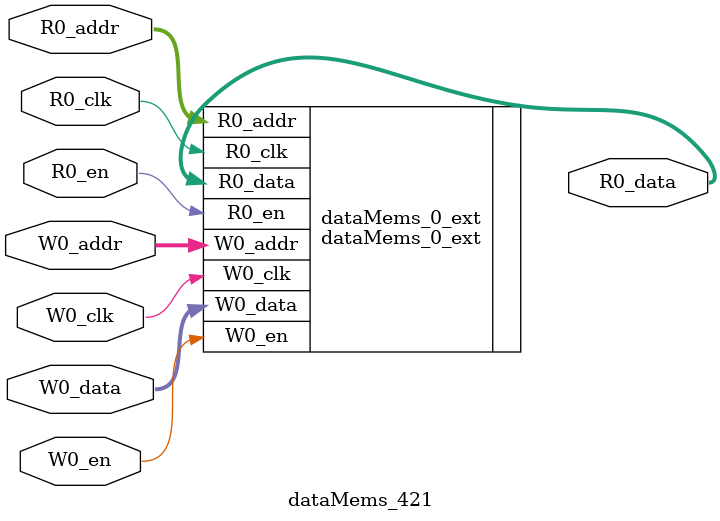
<source format=sv>
`ifndef RANDOMIZE
  `ifdef RANDOMIZE_REG_INIT
    `define RANDOMIZE
  `endif // RANDOMIZE_REG_INIT
`endif // not def RANDOMIZE
`ifndef RANDOMIZE
  `ifdef RANDOMIZE_MEM_INIT
    `define RANDOMIZE
  `endif // RANDOMIZE_MEM_INIT
`endif // not def RANDOMIZE

`ifndef RANDOM
  `define RANDOM $random
`endif // not def RANDOM

// Users can define 'PRINTF_COND' to add an extra gate to prints.
`ifndef PRINTF_COND_
  `ifdef PRINTF_COND
    `define PRINTF_COND_ (`PRINTF_COND)
  `else  // PRINTF_COND
    `define PRINTF_COND_ 1
  `endif // PRINTF_COND
`endif // not def PRINTF_COND_

// Users can define 'ASSERT_VERBOSE_COND' to add an extra gate to assert error printing.
`ifndef ASSERT_VERBOSE_COND_
  `ifdef ASSERT_VERBOSE_COND
    `define ASSERT_VERBOSE_COND_ (`ASSERT_VERBOSE_COND)
  `else  // ASSERT_VERBOSE_COND
    `define ASSERT_VERBOSE_COND_ 1
  `endif // ASSERT_VERBOSE_COND
`endif // not def ASSERT_VERBOSE_COND_

// Users can define 'STOP_COND' to add an extra gate to stop conditions.
`ifndef STOP_COND_
  `ifdef STOP_COND
    `define STOP_COND_ (`STOP_COND)
  `else  // STOP_COND
    `define STOP_COND_ 1
  `endif // STOP_COND
`endif // not def STOP_COND_

// Users can define INIT_RANDOM as general code that gets injected into the
// initializer block for modules with registers.
`ifndef INIT_RANDOM
  `define INIT_RANDOM
`endif // not def INIT_RANDOM

// If using random initialization, you can also define RANDOMIZE_DELAY to
// customize the delay used, otherwise 0.002 is used.
`ifndef RANDOMIZE_DELAY
  `define RANDOMIZE_DELAY 0.002
`endif // not def RANDOMIZE_DELAY

// Define INIT_RANDOM_PROLOG_ for use in our modules below.
`ifndef INIT_RANDOM_PROLOG_
  `ifdef RANDOMIZE
    `ifdef VERILATOR
      `define INIT_RANDOM_PROLOG_ `INIT_RANDOM
    `else  // VERILATOR
      `define INIT_RANDOM_PROLOG_ `INIT_RANDOM #`RANDOMIZE_DELAY begin end
    `endif // VERILATOR
  `else  // RANDOMIZE
    `define INIT_RANDOM_PROLOG_
  `endif // RANDOMIZE
`endif // not def INIT_RANDOM_PROLOG_

// Include register initializers in init blocks unless synthesis is set
`ifndef SYNTHESIS
  `ifndef ENABLE_INITIAL_REG_
    `define ENABLE_INITIAL_REG_
  `endif // not def ENABLE_INITIAL_REG_
`endif // not def SYNTHESIS

// Include rmemory initializers in init blocks unless synthesis is set
`ifndef SYNTHESIS
  `ifndef ENABLE_INITIAL_MEM_
    `define ENABLE_INITIAL_MEM_
  `endif // not def ENABLE_INITIAL_MEM_
`endif // not def SYNTHESIS

module dataMems_421(	// @[generators/ara/src/main/scala/UnsafeAXI4ToTL.scala:365:62]
  input  [4:0]  R0_addr,
  input         R0_en,
  input         R0_clk,
  output [66:0] R0_data,
  input  [4:0]  W0_addr,
  input         W0_en,
  input         W0_clk,
  input  [66:0] W0_data
);

  dataMems_0_ext dataMems_0_ext (	// @[generators/ara/src/main/scala/UnsafeAXI4ToTL.scala:365:62]
    .R0_addr (R0_addr),
    .R0_en   (R0_en),
    .R0_clk  (R0_clk),
    .R0_data (R0_data),
    .W0_addr (W0_addr),
    .W0_en   (W0_en),
    .W0_clk  (W0_clk),
    .W0_data (W0_data)
  );
endmodule


</source>
